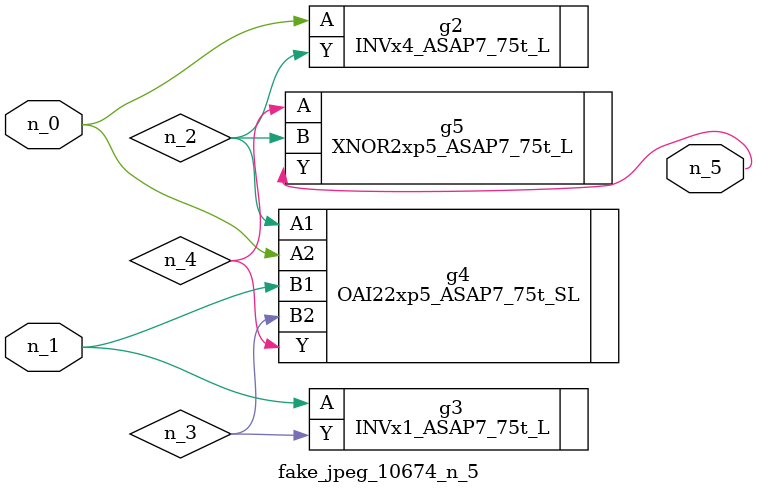
<source format=v>
module fake_jpeg_10674_n_5 (n_0, n_1, n_5);

input n_0;
input n_1;

output n_5;

wire n_3;
wire n_2;
wire n_4;

INVx4_ASAP7_75t_L g2 ( 
.A(n_0),
.Y(n_2)
);

INVx1_ASAP7_75t_L g3 ( 
.A(n_1),
.Y(n_3)
);

OAI22xp5_ASAP7_75t_SL g4 ( 
.A1(n_2),
.A2(n_0),
.B1(n_1),
.B2(n_3),
.Y(n_4)
);

XNOR2xp5_ASAP7_75t_L g5 ( 
.A(n_4),
.B(n_2),
.Y(n_5)
);


endmodule
</source>
